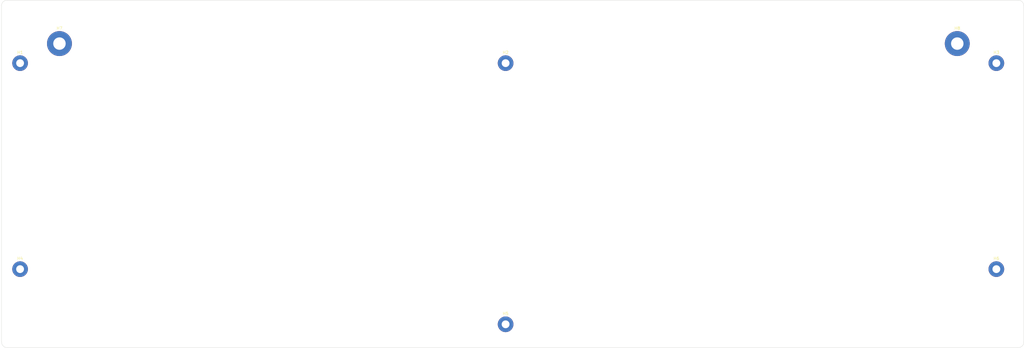
<source format=kicad_pcb>
(kicad_pcb (version 20171130) (host pcbnew "(5.1.2)-1")

  (general
    (thickness 1.6)
    (drawings 8)
    (tracks 0)
    (zones 0)
    (modules 8)
    (nets 9)
  )

  (page A4)
  (layers
    (0 F.Cu signal)
    (31 B.Cu signal)
    (32 B.Adhes user)
    (33 F.Adhes user)
    (34 B.Paste user)
    (35 F.Paste user)
    (36 B.SilkS user)
    (37 F.SilkS user)
    (38 B.Mask user)
    (39 F.Mask user)
    (40 Dwgs.User user)
    (41 Cmts.User user)
    (42 Eco1.User user)
    (43 Eco2.User user)
    (44 Edge.Cuts user)
    (45 Margin user)
    (46 B.CrtYd user)
    (47 F.CrtYd user)
    (48 B.Fab user)
    (49 F.Fab user)
  )

  (setup
    (last_trace_width 0.25)
    (trace_clearance 0.2)
    (zone_clearance 0.508)
    (zone_45_only no)
    (trace_min 0.2)
    (via_size 0.8)
    (via_drill 0.4)
    (via_min_size 0.4)
    (via_min_drill 0.3)
    (uvia_size 0.3)
    (uvia_drill 0.1)
    (uvias_allowed no)
    (uvia_min_size 0.2)
    (uvia_min_drill 0.1)
    (edge_width 0.05)
    (segment_width 0.2)
    (pcb_text_width 0.3)
    (pcb_text_size 1.5 1.5)
    (mod_edge_width 0.12)
    (mod_text_size 1 1)
    (mod_text_width 0.15)
    (pad_size 1.524 1.524)
    (pad_drill 0.762)
    (pad_to_mask_clearance 0.051)
    (solder_mask_min_width 0.25)
    (aux_axis_origin 0 0)
    (visible_elements FFFFFF7F)
    (pcbplotparams
      (layerselection 0x010fc_ffffffff)
      (usegerberextensions false)
      (usegerberattributes false)
      (usegerberadvancedattributes false)
      (creategerberjobfile false)
      (excludeedgelayer true)
      (linewidth 0.100000)
      (plotframeref false)
      (viasonmask false)
      (mode 1)
      (useauxorigin false)
      (hpglpennumber 1)
      (hpglpenspeed 20)
      (hpglpendiameter 15.000000)
      (psnegative false)
      (psa4output false)
      (plotreference true)
      (plotvalue true)
      (plotinvisibletext false)
      (padsonsilk false)
      (subtractmaskfromsilk false)
      (outputformat 1)
      (mirror false)
      (drillshape 1)
      (scaleselection 1)
      (outputdirectory ""))
  )

  (net 0 "")
  (net 1 "Net-(H1-Pad1)")
  (net 2 "Net-(H2-Pad1)")
  (net 3 "Net-(H3-Pad1)")
  (net 4 "Net-(H4-Pad1)")
  (net 5 "Net-(H5-Pad1)")
  (net 6 "Net-(H6-Pad1)")
  (net 7 "Net-(H7-Pad1)")
  (net 8 "Net-(H8-Pad1)")

  (net_class Default "This is the default net class."
    (clearance 0.2)
    (trace_width 0.25)
    (via_dia 0.8)
    (via_drill 0.4)
    (uvia_dia 0.3)
    (uvia_drill 0.1)
    (add_net "Net-(H1-Pad1)")
    (add_net "Net-(H2-Pad1)")
    (add_net "Net-(H3-Pad1)")
    (add_net "Net-(H4-Pad1)")
    (add_net "Net-(H5-Pad1)")
    (add_net "Net-(H6-Pad1)")
    (add_net "Net-(H7-Pad1)")
    (add_net "Net-(H8-Pad1)")
  )

  (module MountingHole:MountingHole_4.3mm_M4_Pad (layer F.Cu) (tedit 56D1B4CB) (tstamp 618E1C07)
    (at 389 55)
    (descr "Mounting Hole 4.3mm, M4")
    (tags "mounting hole 4.3mm m4")
    (path /618E4FDD)
    (attr virtual)
    (fp_text reference H8 (at 0 -5.3) (layer F.SilkS)
      (effects (font (size 1 1) (thickness 0.15)))
    )
    (fp_text value MountingHole_Pad (at 0 5.3) (layer F.Fab)
      (effects (font (size 1 1) (thickness 0.15)))
    )
    (fp_circle (center 0 0) (end 4.55 0) (layer F.CrtYd) (width 0.05))
    (fp_circle (center 0 0) (end 4.3 0) (layer Cmts.User) (width 0.15))
    (fp_text user %R (at 0.3 0) (layer F.Fab)
      (effects (font (size 1 1) (thickness 0.15)))
    )
    (pad 1 thru_hole circle (at 0 0) (size 8.6 8.6) (drill 4.3) (layers *.Cu *.Mask)
      (net 8 "Net-(H8-Pad1)"))
  )

  (module MountingHole:MountingHole_4.3mm_M4_Pad (layer F.Cu) (tedit 56D1B4CB) (tstamp 618E1BFF)
    (at 79 55)
    (descr "Mounting Hole 4.3mm, M4")
    (tags "mounting hole 4.3mm m4")
    (path /618E47BC)
    (attr virtual)
    (fp_text reference H7 (at 0 -5.3) (layer F.SilkS)
      (effects (font (size 1 1) (thickness 0.15)))
    )
    (fp_text value MountingHole_Pad (at 0 5.3) (layer F.Fab)
      (effects (font (size 1 1) (thickness 0.15)))
    )
    (fp_circle (center 0 0) (end 4.55 0) (layer F.CrtYd) (width 0.05))
    (fp_circle (center 0 0) (end 4.3 0) (layer Cmts.User) (width 0.15))
    (fp_text user %R (at 0.3 0) (layer F.Fab)
      (effects (font (size 1 1) (thickness 0.15)))
    )
    (pad 1 thru_hole circle (at 0 0) (size 8.6 8.6) (drill 4.3) (layers *.Cu *.Mask)
      (net 7 "Net-(H7-Pad1)"))
  )

  (module MountingHole:MountingHole_2.7mm_Pad (layer F.Cu) (tedit 56D1B4CB) (tstamp 618E1805)
    (at 402.495 132.875)
    (descr "Mounting Hole 2.7mm")
    (tags "mounting hole 2.7mm")
    (path /618E32F3)
    (attr virtual)
    (fp_text reference H6 (at 0 -3.7) (layer F.SilkS)
      (effects (font (size 1 1) (thickness 0.15)))
    )
    (fp_text value MountingHole_Pad (at 0 3.7) (layer F.Fab)
      (effects (font (size 1 1) (thickness 0.15)))
    )
    (fp_circle (center 0 0) (end 2.95 0) (layer F.CrtYd) (width 0.05))
    (fp_circle (center 0 0) (end 2.7 0) (layer Cmts.User) (width 0.15))
    (fp_text user %R (at 0.3 0) (layer F.Fab)
      (effects (font (size 1 1) (thickness 0.15)))
    )
    (pad 1 thru_hole circle (at 0 0) (size 5.4 5.4) (drill 2.7) (layers *.Cu *.Mask)
      (net 6 "Net-(H6-Pad1)"))
  )

  (module MountingHole:MountingHole_2.7mm_Pad (layer F.Cu) (tedit 56D1B4CB) (tstamp 618E17FD)
    (at 233.045 151.925)
    (descr "Mounting Hole 2.7mm")
    (tags "mounting hole 2.7mm")
    (path /618E2631)
    (attr virtual)
    (fp_text reference H5 (at 0 -3.7) (layer F.SilkS)
      (effects (font (size 1 1) (thickness 0.15)))
    )
    (fp_text value MountingHole_Pad (at 0 3.7) (layer F.Fab)
      (effects (font (size 1 1) (thickness 0.15)))
    )
    (fp_circle (center 0 0) (end 2.95 0) (layer F.CrtYd) (width 0.05))
    (fp_circle (center 0 0) (end 2.7 0) (layer Cmts.User) (width 0.15))
    (fp_text user %R (at 0.3 0) (layer F.Fab)
      (effects (font (size 1 1) (thickness 0.15)))
    )
    (pad 1 thru_hole circle (at 0 0) (size 5.4 5.4) (drill 2.7) (layers *.Cu *.Mask)
      (net 5 "Net-(H5-Pad1)"))
  )

  (module MountingHole:MountingHole_2.7mm_Pad (layer F.Cu) (tedit 56D1B4CB) (tstamp 618E17F5)
    (at 65.405 132.875)
    (descr "Mounting Hole 2.7mm")
    (tags "mounting hole 2.7mm")
    (path /618E2E1F)
    (attr virtual)
    (fp_text reference H4 (at 0 -3.7) (layer F.SilkS)
      (effects (font (size 1 1) (thickness 0.15)))
    )
    (fp_text value MountingHole_Pad (at 0 3.7) (layer F.Fab)
      (effects (font (size 1 1) (thickness 0.15)))
    )
    (fp_circle (center 0 0) (end 2.95 0) (layer F.CrtYd) (width 0.05))
    (fp_circle (center 0 0) (end 2.7 0) (layer Cmts.User) (width 0.15))
    (fp_text user %R (at 0.3 0) (layer F.Fab)
      (effects (font (size 1 1) (thickness 0.15)))
    )
    (pad 1 thru_hole circle (at 0 0) (size 5.4 5.4) (drill 2.7) (layers *.Cu *.Mask)
      (net 4 "Net-(H4-Pad1)"))
  )

  (module MountingHole:MountingHole_2.7mm_Pad (layer F.Cu) (tedit 56D1B4CB) (tstamp 618E17ED)
    (at 402.495 61.755)
    (descr "Mounting Hole 2.7mm")
    (tags "mounting hole 2.7mm")
    (path /618E2394)
    (attr virtual)
    (fp_text reference H3 (at 0 -3.7) (layer F.SilkS)
      (effects (font (size 1 1) (thickness 0.15)))
    )
    (fp_text value MountingHole_Pad (at 0 3.7) (layer F.Fab)
      (effects (font (size 1 1) (thickness 0.15)))
    )
    (fp_circle (center 0 0) (end 2.95 0) (layer F.CrtYd) (width 0.05))
    (fp_circle (center 0 0) (end 2.7 0) (layer Cmts.User) (width 0.15))
    (fp_text user %R (at 0.3 0) (layer F.Fab)
      (effects (font (size 1 1) (thickness 0.15)))
    )
    (pad 1 thru_hole circle (at 0 0) (size 5.4 5.4) (drill 2.7) (layers *.Cu *.Mask)
      (net 3 "Net-(H3-Pad1)"))
  )

  (module MountingHole:MountingHole_2.7mm_Pad (layer F.Cu) (tedit 56D1B4CB) (tstamp 618E17E5)
    (at 233.045 61.755)
    (descr "Mounting Hole 2.7mm")
    (tags "mounting hole 2.7mm")
    (path /618E16B1)
    (attr virtual)
    (fp_text reference H2 (at 0 -3.7) (layer F.SilkS)
      (effects (font (size 1 1) (thickness 0.15)))
    )
    (fp_text value MountingHole_Pad (at 0 3.7) (layer F.Fab)
      (effects (font (size 1 1) (thickness 0.15)))
    )
    (fp_circle (center 0 0) (end 2.95 0) (layer F.CrtYd) (width 0.05))
    (fp_circle (center 0 0) (end 2.7 0) (layer Cmts.User) (width 0.15))
    (fp_text user %R (at 0.3 0) (layer F.Fab)
      (effects (font (size 1 1) (thickness 0.15)))
    )
    (pad 1 thru_hole circle (at 0 0) (size 5.4 5.4) (drill 2.7) (layers *.Cu *.Mask)
      (net 2 "Net-(H2-Pad1)"))
  )

  (module MountingHole:MountingHole_2.7mm_Pad (layer F.Cu) (tedit 56D1B4CB) (tstamp 618E17DD)
    (at 65.405 61.755)
    (descr "Mounting Hole 2.7mm")
    (tags "mounting hole 2.7mm")
    (path /618E2AF4)
    (attr virtual)
    (fp_text reference H1 (at 0 -3.7) (layer F.SilkS)
      (effects (font (size 1 1) (thickness 0.15)))
    )
    (fp_text value MountingHole_Pad (at 0 3.7) (layer F.Fab)
      (effects (font (size 1 1) (thickness 0.15)))
    )
    (fp_circle (center 0 0) (end 2.95 0) (layer F.CrtYd) (width 0.05))
    (fp_circle (center 0 0) (end 2.7 0) (layer Cmts.User) (width 0.15))
    (fp_text user %R (at 0.3 0) (layer F.Fab)
      (effects (font (size 1 1) (thickness 0.15)))
    )
    (pad 1 thru_hole circle (at 0 0) (size 5.4 5.4) (drill 2.7) (layers *.Cu *.Mask)
      (net 1 "Net-(H1-Pad1)"))
  )

  (gr_arc (start 61 158) (end 61 160) (angle 90) (layer Edge.Cuts) (width 0.09906) (tstamp 618E1870))
  (gr_arc (start 60.96 42) (end 58.96 42) (angle 90) (layer Edge.Cuts) (width 0.09906) (tstamp 618E186B))
  (gr_arc (start 410 42) (end 410 40) (angle 90) (layer Edge.Cuts) (width 0.09906) (tstamp 618E1863))
  (gr_arc (start 410 158) (end 412 158) (angle 90) (layer Edge.Cuts) (width 0.09906))
  (gr_line (start 412 42) (end 412 158) (layer Edge.Cuts) (width 0.09906) (tstamp 618E184A))
  (gr_line (start 61 160) (end 410 160) (layer Edge.Cuts) (width 0.09906) (tstamp 618E1845))
  (gr_line (start 59 42) (end 59 158) (layer Edge.Cuts) (width 0.09906))
  (gr_line (start 61 40) (end 410 40) (layer Edge.Cuts) (width 0.09906))

)

</source>
